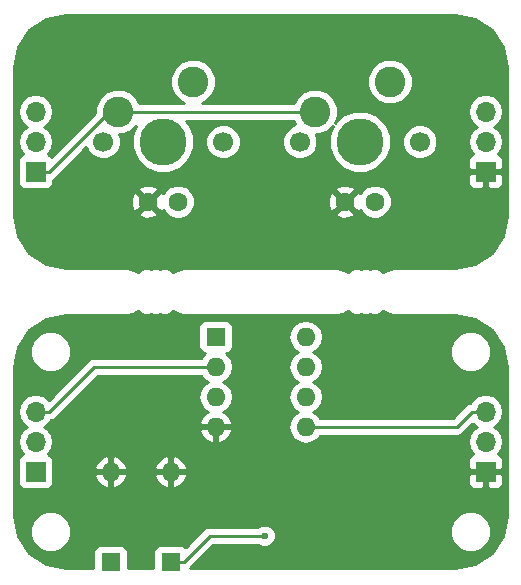
<source format=gbl>
G04 #@! TF.FileFunction,Copper,L2,Bot,Signal*
%FSLAX46Y46*%
G04 Gerber Fmt 4.6, Leading zero omitted, Abs format (unit mm)*
G04 Created by KiCad (PCBNEW 4.0.6) date 01/19/18 19:39:35*
%MOMM*%
%LPD*%
G01*
G04 APERTURE LIST*
%ADD10C,0.020000*%
%ADD11C,1.600200*%
%ADD12C,3.980180*%
%ADD13C,2.600000*%
%ADD14C,1.699260*%
%ADD15R,1.600000X1.600000*%
%ADD16O,1.600000X1.600000*%
%ADD17R,1.700000X1.700000*%
%ADD18O,1.700000X1.700000*%
%ADD19C,0.600000*%
%ADD20C,0.250000*%
%ADD21C,0.254000*%
G04 APERTURE END LIST*
D10*
D11*
X26035000Y-33020000D03*
X28575000Y-33020000D03*
D12*
X27305000Y-27940000D03*
D13*
X29845000Y-22860000D03*
X23495000Y-25400000D03*
D14*
X22225000Y-27940000D03*
X32385000Y-27940000D03*
D15*
X22860000Y-63500000D03*
D16*
X22860000Y-55880000D03*
D15*
X27940000Y-63500000D03*
D16*
X27940000Y-55880000D03*
D11*
X42703800Y-33020000D03*
X45243800Y-33020000D03*
D12*
X43973800Y-27940000D03*
D13*
X46513800Y-22860000D03*
X40163800Y-25400000D03*
D14*
X38893800Y-27940000D03*
X49053800Y-27940000D03*
D15*
X31750000Y-44450000D03*
D16*
X39370000Y-52070000D03*
X31750000Y-46990000D03*
X39370000Y-49530000D03*
X31750000Y-49530000D03*
X39370000Y-46990000D03*
X31750000Y-52070000D03*
X39370000Y-44450000D03*
D17*
X54610000Y-55880000D03*
D18*
X54610000Y-53340000D03*
X54610000Y-50800000D03*
D17*
X16510000Y-55880000D03*
D18*
X16510000Y-53340000D03*
X16510000Y-50800000D03*
D17*
X54610000Y-30480000D03*
D18*
X54610000Y-27940000D03*
X54610000Y-25400000D03*
D17*
X16510000Y-30480000D03*
D18*
X16510000Y-27940000D03*
X16510000Y-25400000D03*
D19*
X35897500Y-61304700D03*
D20*
X31260600Y-61304700D02*
X29065300Y-63500000D01*
X35897500Y-61304700D02*
X31260600Y-61304700D01*
X27940000Y-63500000D02*
X29065300Y-63500000D01*
X21495300Y-46990000D02*
X31750000Y-46990000D01*
X17685300Y-50800000D02*
X21495300Y-46990000D01*
X16510000Y-50800000D02*
X17685300Y-50800000D01*
X52164700Y-52070000D02*
X39370000Y-52070000D01*
X53434700Y-50800000D02*
X52164700Y-52070000D01*
X54610000Y-50800000D02*
X53434700Y-50800000D01*
X22765300Y-25400000D02*
X23495000Y-25400000D01*
X17685300Y-30480000D02*
X22765300Y-25400000D01*
X16510000Y-30480000D02*
X17685300Y-30480000D01*
X40163800Y-25400000D02*
X23495000Y-25400000D01*
D21*
G36*
X43148033Y-42489829D02*
X43473190Y-42624846D01*
X43825265Y-42625153D01*
X44050151Y-42532232D01*
X44273190Y-42624846D01*
X44625265Y-42625153D01*
X44850151Y-42532232D01*
X45073190Y-42624846D01*
X45425265Y-42625153D01*
X45750657Y-42490704D01*
X45946782Y-42294921D01*
X46109537Y-42403671D01*
X46237508Y-42456678D01*
X46365478Y-42509685D01*
X46851485Y-42606357D01*
X46921413Y-42606357D01*
X46990000Y-42620000D01*
X52000069Y-42620000D01*
X53737005Y-42965498D01*
X55150221Y-43909779D01*
X56094502Y-45322997D01*
X56440000Y-47059931D01*
X56440000Y-59620069D01*
X56094502Y-61357003D01*
X55150221Y-62770221D01*
X53737005Y-63714502D01*
X52000069Y-64060000D01*
X29568879Y-64060000D01*
X29602701Y-64037401D01*
X31575402Y-62064700D01*
X35335037Y-62064700D01*
X35367173Y-62096892D01*
X35710701Y-62239538D01*
X36082667Y-62239862D01*
X36426443Y-62097817D01*
X36689692Y-61835027D01*
X36832338Y-61491499D01*
X36832501Y-61303599D01*
X51604699Y-61303599D01*
X51868281Y-61941515D01*
X52355918Y-62430004D01*
X52993373Y-62694699D01*
X53683599Y-62695301D01*
X54321515Y-62431719D01*
X54810004Y-61944082D01*
X55074699Y-61306627D01*
X55075301Y-60616401D01*
X54811719Y-59978485D01*
X54324082Y-59489996D01*
X53686627Y-59225301D01*
X52996401Y-59224699D01*
X52358485Y-59488281D01*
X51869996Y-59975918D01*
X51605301Y-60613373D01*
X51604699Y-61303599D01*
X36832501Y-61303599D01*
X36832662Y-61119533D01*
X36690617Y-60775757D01*
X36427827Y-60512508D01*
X36084299Y-60369862D01*
X35712333Y-60369538D01*
X35368557Y-60511583D01*
X35335382Y-60544700D01*
X31260600Y-60544700D01*
X30969761Y-60602552D01*
X30723199Y-60767299D01*
X29218909Y-62271589D01*
X29204090Y-62248559D01*
X28991890Y-62103569D01*
X28740000Y-62052560D01*
X27140000Y-62052560D01*
X26904683Y-62096838D01*
X26688559Y-62235910D01*
X26543569Y-62448110D01*
X26492560Y-62700000D01*
X26492560Y-64060000D01*
X24307440Y-64060000D01*
X24307440Y-62700000D01*
X24263162Y-62464683D01*
X24124090Y-62248559D01*
X23911890Y-62103569D01*
X23660000Y-62052560D01*
X22060000Y-62052560D01*
X21824683Y-62096838D01*
X21608559Y-62235910D01*
X21463569Y-62448110D01*
X21412560Y-62700000D01*
X21412560Y-64060000D01*
X19119931Y-64060000D01*
X17382997Y-63714502D01*
X15969779Y-62770221D01*
X15025498Y-61357005D01*
X15014875Y-61303599D01*
X16044699Y-61303599D01*
X16308281Y-61941515D01*
X16795918Y-62430004D01*
X17433373Y-62694699D01*
X18123599Y-62695301D01*
X18761515Y-62431719D01*
X19250004Y-61944082D01*
X19514699Y-61306627D01*
X19515301Y-60616401D01*
X19251719Y-59978485D01*
X18764082Y-59489996D01*
X18126627Y-59225301D01*
X17436401Y-59224699D01*
X16798485Y-59488281D01*
X16309996Y-59975918D01*
X16045301Y-60613373D01*
X16044699Y-61303599D01*
X15014875Y-61303599D01*
X14680000Y-59620069D01*
X14680000Y-50800000D01*
X14995907Y-50800000D01*
X15108946Y-51368285D01*
X15430853Y-51850054D01*
X15760026Y-52070000D01*
X15430853Y-52289946D01*
X15108946Y-52771715D01*
X14995907Y-53340000D01*
X15108946Y-53908285D01*
X15430853Y-54390054D01*
X15472452Y-54417850D01*
X15424683Y-54426838D01*
X15208559Y-54565910D01*
X15063569Y-54778110D01*
X15012560Y-55030000D01*
X15012560Y-56730000D01*
X15056838Y-56965317D01*
X15195910Y-57181441D01*
X15408110Y-57326431D01*
X15660000Y-57377440D01*
X17360000Y-57377440D01*
X17595317Y-57333162D01*
X17811441Y-57194090D01*
X17956431Y-56981890D01*
X18007440Y-56730000D01*
X18007440Y-56229041D01*
X21468086Y-56229041D01*
X21707611Y-56735134D01*
X22122577Y-57111041D01*
X22510961Y-57271904D01*
X22733000Y-57149915D01*
X22733000Y-56007000D01*
X22987000Y-56007000D01*
X22987000Y-57149915D01*
X23209039Y-57271904D01*
X23597423Y-57111041D01*
X24012389Y-56735134D01*
X24251914Y-56229041D01*
X26548086Y-56229041D01*
X26787611Y-56735134D01*
X27202577Y-57111041D01*
X27590961Y-57271904D01*
X27813000Y-57149915D01*
X27813000Y-56007000D01*
X28067000Y-56007000D01*
X28067000Y-57149915D01*
X28289039Y-57271904D01*
X28677423Y-57111041D01*
X29092389Y-56735134D01*
X29331914Y-56229041D01*
X29297343Y-56165750D01*
X53125000Y-56165750D01*
X53125000Y-56856310D01*
X53221673Y-57089699D01*
X53400302Y-57268327D01*
X53633691Y-57365000D01*
X54324250Y-57365000D01*
X54483000Y-57206250D01*
X54483000Y-56007000D01*
X54737000Y-56007000D01*
X54737000Y-57206250D01*
X54895750Y-57365000D01*
X55586309Y-57365000D01*
X55819698Y-57268327D01*
X55998327Y-57089699D01*
X56095000Y-56856310D01*
X56095000Y-56165750D01*
X55936250Y-56007000D01*
X54737000Y-56007000D01*
X54483000Y-56007000D01*
X53283750Y-56007000D01*
X53125000Y-56165750D01*
X29297343Y-56165750D01*
X29210629Y-56007000D01*
X28067000Y-56007000D01*
X27813000Y-56007000D01*
X26669371Y-56007000D01*
X26548086Y-56229041D01*
X24251914Y-56229041D01*
X24130629Y-56007000D01*
X22987000Y-56007000D01*
X22733000Y-56007000D01*
X21589371Y-56007000D01*
X21468086Y-56229041D01*
X18007440Y-56229041D01*
X18007440Y-55530959D01*
X21468086Y-55530959D01*
X21589371Y-55753000D01*
X22733000Y-55753000D01*
X22733000Y-54610085D01*
X22987000Y-54610085D01*
X22987000Y-55753000D01*
X24130629Y-55753000D01*
X24251914Y-55530959D01*
X26548086Y-55530959D01*
X26669371Y-55753000D01*
X27813000Y-55753000D01*
X27813000Y-54610085D01*
X28067000Y-54610085D01*
X28067000Y-55753000D01*
X29210629Y-55753000D01*
X29331914Y-55530959D01*
X29092389Y-55024866D01*
X28677423Y-54648959D01*
X28289039Y-54488096D01*
X28067000Y-54610085D01*
X27813000Y-54610085D01*
X27590961Y-54488096D01*
X27202577Y-54648959D01*
X26787611Y-55024866D01*
X26548086Y-55530959D01*
X24251914Y-55530959D01*
X24012389Y-55024866D01*
X23597423Y-54648959D01*
X23209039Y-54488096D01*
X22987000Y-54610085D01*
X22733000Y-54610085D01*
X22510961Y-54488096D01*
X22122577Y-54648959D01*
X21707611Y-55024866D01*
X21468086Y-55530959D01*
X18007440Y-55530959D01*
X18007440Y-55030000D01*
X17963162Y-54794683D01*
X17824090Y-54578559D01*
X17611890Y-54433569D01*
X17544459Y-54419914D01*
X17589147Y-54390054D01*
X17911054Y-53908285D01*
X18024093Y-53340000D01*
X17911054Y-52771715D01*
X17675404Y-52419039D01*
X30358096Y-52419039D01*
X30518959Y-52807423D01*
X30894866Y-53222389D01*
X31400959Y-53461914D01*
X31623000Y-53340629D01*
X31623000Y-52197000D01*
X31877000Y-52197000D01*
X31877000Y-53340629D01*
X32099041Y-53461914D01*
X32605134Y-53222389D01*
X32981041Y-52807423D01*
X33141904Y-52419039D01*
X33019915Y-52197000D01*
X31877000Y-52197000D01*
X31623000Y-52197000D01*
X30480085Y-52197000D01*
X30358096Y-52419039D01*
X17675404Y-52419039D01*
X17589147Y-52289946D01*
X17259974Y-52070000D01*
X17589147Y-51850054D01*
X17797923Y-51537598D01*
X17976139Y-51502148D01*
X18222701Y-51337401D01*
X21810102Y-47750000D01*
X30537005Y-47750000D01*
X30707189Y-48004698D01*
X31089275Y-48260000D01*
X30707189Y-48515302D01*
X30396120Y-48980849D01*
X30286887Y-49530000D01*
X30396120Y-50079151D01*
X30707189Y-50544698D01*
X31111703Y-50814986D01*
X30894866Y-50917611D01*
X30518959Y-51332577D01*
X30358096Y-51720961D01*
X30480085Y-51943000D01*
X31623000Y-51943000D01*
X31623000Y-51923000D01*
X31877000Y-51923000D01*
X31877000Y-51943000D01*
X33019915Y-51943000D01*
X33141904Y-51720961D01*
X32981041Y-51332577D01*
X32605134Y-50917611D01*
X32388297Y-50814986D01*
X32792811Y-50544698D01*
X33103880Y-50079151D01*
X33213113Y-49530000D01*
X33103880Y-48980849D01*
X32792811Y-48515302D01*
X32410725Y-48260000D01*
X32792811Y-48004698D01*
X33103880Y-47539151D01*
X33213113Y-46990000D01*
X33103880Y-46440849D01*
X32792811Y-45975302D01*
X32648535Y-45878899D01*
X32785317Y-45853162D01*
X33001441Y-45714090D01*
X33146431Y-45501890D01*
X33197440Y-45250000D01*
X33197440Y-44450000D01*
X37906887Y-44450000D01*
X38016120Y-44999151D01*
X38327189Y-45464698D01*
X38709275Y-45720000D01*
X38327189Y-45975302D01*
X38016120Y-46440849D01*
X37906887Y-46990000D01*
X38016120Y-47539151D01*
X38327189Y-48004698D01*
X38709275Y-48260000D01*
X38327189Y-48515302D01*
X38016120Y-48980849D01*
X37906887Y-49530000D01*
X38016120Y-50079151D01*
X38327189Y-50544698D01*
X38709275Y-50800000D01*
X38327189Y-51055302D01*
X38016120Y-51520849D01*
X37906887Y-52070000D01*
X38016120Y-52619151D01*
X38327189Y-53084698D01*
X38792736Y-53395767D01*
X39341887Y-53505000D01*
X39398113Y-53505000D01*
X39947264Y-53395767D01*
X40412811Y-53084698D01*
X40582995Y-52830000D01*
X52164700Y-52830000D01*
X52455539Y-52772148D01*
X52702101Y-52607401D01*
X53502252Y-51807250D01*
X53530853Y-51850054D01*
X53860026Y-52070000D01*
X53530853Y-52289946D01*
X53208946Y-52771715D01*
X53095907Y-53340000D01*
X53208946Y-53908285D01*
X53530853Y-54390054D01*
X53574777Y-54419403D01*
X53400302Y-54491673D01*
X53221673Y-54670301D01*
X53125000Y-54903690D01*
X53125000Y-55594250D01*
X53283750Y-55753000D01*
X54483000Y-55753000D01*
X54483000Y-55733000D01*
X54737000Y-55733000D01*
X54737000Y-55753000D01*
X55936250Y-55753000D01*
X56095000Y-55594250D01*
X56095000Y-54903690D01*
X55998327Y-54670301D01*
X55819698Y-54491673D01*
X55645223Y-54419403D01*
X55689147Y-54390054D01*
X56011054Y-53908285D01*
X56124093Y-53340000D01*
X56011054Y-52771715D01*
X55689147Y-52289946D01*
X55359974Y-52070000D01*
X55689147Y-51850054D01*
X56011054Y-51368285D01*
X56124093Y-50800000D01*
X56011054Y-50231715D01*
X55689147Y-49749946D01*
X55207378Y-49428039D01*
X54639093Y-49315000D01*
X54580907Y-49315000D01*
X54012622Y-49428039D01*
X53530853Y-49749946D01*
X53322077Y-50062402D01*
X53143860Y-50097852D01*
X52897299Y-50262599D01*
X51849898Y-51310000D01*
X40582995Y-51310000D01*
X40412811Y-51055302D01*
X40030725Y-50800000D01*
X40412811Y-50544698D01*
X40723880Y-50079151D01*
X40833113Y-49530000D01*
X40723880Y-48980849D01*
X40412811Y-48515302D01*
X40030725Y-48260000D01*
X40412811Y-48004698D01*
X40723880Y-47539151D01*
X40833113Y-46990000D01*
X40723880Y-46440849D01*
X40471810Y-46063599D01*
X51604699Y-46063599D01*
X51868281Y-46701515D01*
X52355918Y-47190004D01*
X52993373Y-47454699D01*
X53683599Y-47455301D01*
X54321515Y-47191719D01*
X54810004Y-46704082D01*
X55074699Y-46066627D01*
X55075301Y-45376401D01*
X54811719Y-44738485D01*
X54324082Y-44249996D01*
X53686627Y-43985301D01*
X52996401Y-43984699D01*
X52358485Y-44248281D01*
X51869996Y-44735918D01*
X51605301Y-45373373D01*
X51604699Y-46063599D01*
X40471810Y-46063599D01*
X40412811Y-45975302D01*
X40030725Y-45720000D01*
X40412811Y-45464698D01*
X40723880Y-44999151D01*
X40833113Y-44450000D01*
X40723880Y-43900849D01*
X40412811Y-43435302D01*
X39947264Y-43124233D01*
X39398113Y-43015000D01*
X39341887Y-43015000D01*
X38792736Y-43124233D01*
X38327189Y-43435302D01*
X38016120Y-43900849D01*
X37906887Y-44450000D01*
X33197440Y-44450000D01*
X33197440Y-43650000D01*
X33153162Y-43414683D01*
X33014090Y-43198559D01*
X32801890Y-43053569D01*
X32550000Y-43002560D01*
X30950000Y-43002560D01*
X30714683Y-43046838D01*
X30498559Y-43185910D01*
X30353569Y-43398110D01*
X30302560Y-43650000D01*
X30302560Y-45250000D01*
X30346838Y-45485317D01*
X30485910Y-45701441D01*
X30698110Y-45846431D01*
X30853089Y-45877815D01*
X30707189Y-45975302D01*
X30537005Y-46230000D01*
X21495300Y-46230000D01*
X21204461Y-46287852D01*
X20957899Y-46452599D01*
X17617748Y-49792750D01*
X17589147Y-49749946D01*
X17107378Y-49428039D01*
X16539093Y-49315000D01*
X16480907Y-49315000D01*
X15912622Y-49428039D01*
X15430853Y-49749946D01*
X15108946Y-50231715D01*
X14995907Y-50800000D01*
X14680000Y-50800000D01*
X14680000Y-47059931D01*
X14878182Y-46063599D01*
X16044699Y-46063599D01*
X16308281Y-46701515D01*
X16795918Y-47190004D01*
X17433373Y-47454699D01*
X18123599Y-47455301D01*
X18761515Y-47191719D01*
X19250004Y-46704082D01*
X19514699Y-46066627D01*
X19515301Y-45376401D01*
X19251719Y-44738485D01*
X18764082Y-44249996D01*
X18126627Y-43985301D01*
X17436401Y-43984699D01*
X16798485Y-44248281D01*
X16309996Y-44735918D01*
X16045301Y-45373373D01*
X16044699Y-46063599D01*
X14878182Y-46063599D01*
X15025498Y-45322995D01*
X15969779Y-43909779D01*
X17382997Y-42965498D01*
X19119931Y-42620000D01*
X24130000Y-42620000D01*
X24198584Y-42606358D01*
X24268514Y-42606358D01*
X24754522Y-42509685D01*
X24904448Y-42447583D01*
X25010462Y-42403671D01*
X25173366Y-42294822D01*
X25368033Y-42489829D01*
X25693190Y-42624846D01*
X26045265Y-42625153D01*
X26270151Y-42532232D01*
X26493190Y-42624846D01*
X26845265Y-42625153D01*
X27070151Y-42532232D01*
X27293190Y-42624846D01*
X27645265Y-42625153D01*
X27970657Y-42490704D01*
X28166782Y-42294921D01*
X28329537Y-42403671D01*
X28457508Y-42456678D01*
X28585478Y-42509685D01*
X29071485Y-42606357D01*
X29141413Y-42606357D01*
X29210000Y-42620000D01*
X41910000Y-42620000D01*
X41978584Y-42606358D01*
X42048514Y-42606358D01*
X42534522Y-42509685D01*
X42684448Y-42447583D01*
X42790462Y-42403671D01*
X42953366Y-42294822D01*
X43148033Y-42489829D01*
X43148033Y-42489829D01*
G37*
X43148033Y-42489829D02*
X43473190Y-42624846D01*
X43825265Y-42625153D01*
X44050151Y-42532232D01*
X44273190Y-42624846D01*
X44625265Y-42625153D01*
X44850151Y-42532232D01*
X45073190Y-42624846D01*
X45425265Y-42625153D01*
X45750657Y-42490704D01*
X45946782Y-42294921D01*
X46109537Y-42403671D01*
X46237508Y-42456678D01*
X46365478Y-42509685D01*
X46851485Y-42606357D01*
X46921413Y-42606357D01*
X46990000Y-42620000D01*
X52000069Y-42620000D01*
X53737005Y-42965498D01*
X55150221Y-43909779D01*
X56094502Y-45322997D01*
X56440000Y-47059931D01*
X56440000Y-59620069D01*
X56094502Y-61357003D01*
X55150221Y-62770221D01*
X53737005Y-63714502D01*
X52000069Y-64060000D01*
X29568879Y-64060000D01*
X29602701Y-64037401D01*
X31575402Y-62064700D01*
X35335037Y-62064700D01*
X35367173Y-62096892D01*
X35710701Y-62239538D01*
X36082667Y-62239862D01*
X36426443Y-62097817D01*
X36689692Y-61835027D01*
X36832338Y-61491499D01*
X36832501Y-61303599D01*
X51604699Y-61303599D01*
X51868281Y-61941515D01*
X52355918Y-62430004D01*
X52993373Y-62694699D01*
X53683599Y-62695301D01*
X54321515Y-62431719D01*
X54810004Y-61944082D01*
X55074699Y-61306627D01*
X55075301Y-60616401D01*
X54811719Y-59978485D01*
X54324082Y-59489996D01*
X53686627Y-59225301D01*
X52996401Y-59224699D01*
X52358485Y-59488281D01*
X51869996Y-59975918D01*
X51605301Y-60613373D01*
X51604699Y-61303599D01*
X36832501Y-61303599D01*
X36832662Y-61119533D01*
X36690617Y-60775757D01*
X36427827Y-60512508D01*
X36084299Y-60369862D01*
X35712333Y-60369538D01*
X35368557Y-60511583D01*
X35335382Y-60544700D01*
X31260600Y-60544700D01*
X30969761Y-60602552D01*
X30723199Y-60767299D01*
X29218909Y-62271589D01*
X29204090Y-62248559D01*
X28991890Y-62103569D01*
X28740000Y-62052560D01*
X27140000Y-62052560D01*
X26904683Y-62096838D01*
X26688559Y-62235910D01*
X26543569Y-62448110D01*
X26492560Y-62700000D01*
X26492560Y-64060000D01*
X24307440Y-64060000D01*
X24307440Y-62700000D01*
X24263162Y-62464683D01*
X24124090Y-62248559D01*
X23911890Y-62103569D01*
X23660000Y-62052560D01*
X22060000Y-62052560D01*
X21824683Y-62096838D01*
X21608559Y-62235910D01*
X21463569Y-62448110D01*
X21412560Y-62700000D01*
X21412560Y-64060000D01*
X19119931Y-64060000D01*
X17382997Y-63714502D01*
X15969779Y-62770221D01*
X15025498Y-61357005D01*
X15014875Y-61303599D01*
X16044699Y-61303599D01*
X16308281Y-61941515D01*
X16795918Y-62430004D01*
X17433373Y-62694699D01*
X18123599Y-62695301D01*
X18761515Y-62431719D01*
X19250004Y-61944082D01*
X19514699Y-61306627D01*
X19515301Y-60616401D01*
X19251719Y-59978485D01*
X18764082Y-59489996D01*
X18126627Y-59225301D01*
X17436401Y-59224699D01*
X16798485Y-59488281D01*
X16309996Y-59975918D01*
X16045301Y-60613373D01*
X16044699Y-61303599D01*
X15014875Y-61303599D01*
X14680000Y-59620069D01*
X14680000Y-50800000D01*
X14995907Y-50800000D01*
X15108946Y-51368285D01*
X15430853Y-51850054D01*
X15760026Y-52070000D01*
X15430853Y-52289946D01*
X15108946Y-52771715D01*
X14995907Y-53340000D01*
X15108946Y-53908285D01*
X15430853Y-54390054D01*
X15472452Y-54417850D01*
X15424683Y-54426838D01*
X15208559Y-54565910D01*
X15063569Y-54778110D01*
X15012560Y-55030000D01*
X15012560Y-56730000D01*
X15056838Y-56965317D01*
X15195910Y-57181441D01*
X15408110Y-57326431D01*
X15660000Y-57377440D01*
X17360000Y-57377440D01*
X17595317Y-57333162D01*
X17811441Y-57194090D01*
X17956431Y-56981890D01*
X18007440Y-56730000D01*
X18007440Y-56229041D01*
X21468086Y-56229041D01*
X21707611Y-56735134D01*
X22122577Y-57111041D01*
X22510961Y-57271904D01*
X22733000Y-57149915D01*
X22733000Y-56007000D01*
X22987000Y-56007000D01*
X22987000Y-57149915D01*
X23209039Y-57271904D01*
X23597423Y-57111041D01*
X24012389Y-56735134D01*
X24251914Y-56229041D01*
X26548086Y-56229041D01*
X26787611Y-56735134D01*
X27202577Y-57111041D01*
X27590961Y-57271904D01*
X27813000Y-57149915D01*
X27813000Y-56007000D01*
X28067000Y-56007000D01*
X28067000Y-57149915D01*
X28289039Y-57271904D01*
X28677423Y-57111041D01*
X29092389Y-56735134D01*
X29331914Y-56229041D01*
X29297343Y-56165750D01*
X53125000Y-56165750D01*
X53125000Y-56856310D01*
X53221673Y-57089699D01*
X53400302Y-57268327D01*
X53633691Y-57365000D01*
X54324250Y-57365000D01*
X54483000Y-57206250D01*
X54483000Y-56007000D01*
X54737000Y-56007000D01*
X54737000Y-57206250D01*
X54895750Y-57365000D01*
X55586309Y-57365000D01*
X55819698Y-57268327D01*
X55998327Y-57089699D01*
X56095000Y-56856310D01*
X56095000Y-56165750D01*
X55936250Y-56007000D01*
X54737000Y-56007000D01*
X54483000Y-56007000D01*
X53283750Y-56007000D01*
X53125000Y-56165750D01*
X29297343Y-56165750D01*
X29210629Y-56007000D01*
X28067000Y-56007000D01*
X27813000Y-56007000D01*
X26669371Y-56007000D01*
X26548086Y-56229041D01*
X24251914Y-56229041D01*
X24130629Y-56007000D01*
X22987000Y-56007000D01*
X22733000Y-56007000D01*
X21589371Y-56007000D01*
X21468086Y-56229041D01*
X18007440Y-56229041D01*
X18007440Y-55530959D01*
X21468086Y-55530959D01*
X21589371Y-55753000D01*
X22733000Y-55753000D01*
X22733000Y-54610085D01*
X22987000Y-54610085D01*
X22987000Y-55753000D01*
X24130629Y-55753000D01*
X24251914Y-55530959D01*
X26548086Y-55530959D01*
X26669371Y-55753000D01*
X27813000Y-55753000D01*
X27813000Y-54610085D01*
X28067000Y-54610085D01*
X28067000Y-55753000D01*
X29210629Y-55753000D01*
X29331914Y-55530959D01*
X29092389Y-55024866D01*
X28677423Y-54648959D01*
X28289039Y-54488096D01*
X28067000Y-54610085D01*
X27813000Y-54610085D01*
X27590961Y-54488096D01*
X27202577Y-54648959D01*
X26787611Y-55024866D01*
X26548086Y-55530959D01*
X24251914Y-55530959D01*
X24012389Y-55024866D01*
X23597423Y-54648959D01*
X23209039Y-54488096D01*
X22987000Y-54610085D01*
X22733000Y-54610085D01*
X22510961Y-54488096D01*
X22122577Y-54648959D01*
X21707611Y-55024866D01*
X21468086Y-55530959D01*
X18007440Y-55530959D01*
X18007440Y-55030000D01*
X17963162Y-54794683D01*
X17824090Y-54578559D01*
X17611890Y-54433569D01*
X17544459Y-54419914D01*
X17589147Y-54390054D01*
X17911054Y-53908285D01*
X18024093Y-53340000D01*
X17911054Y-52771715D01*
X17675404Y-52419039D01*
X30358096Y-52419039D01*
X30518959Y-52807423D01*
X30894866Y-53222389D01*
X31400959Y-53461914D01*
X31623000Y-53340629D01*
X31623000Y-52197000D01*
X31877000Y-52197000D01*
X31877000Y-53340629D01*
X32099041Y-53461914D01*
X32605134Y-53222389D01*
X32981041Y-52807423D01*
X33141904Y-52419039D01*
X33019915Y-52197000D01*
X31877000Y-52197000D01*
X31623000Y-52197000D01*
X30480085Y-52197000D01*
X30358096Y-52419039D01*
X17675404Y-52419039D01*
X17589147Y-52289946D01*
X17259974Y-52070000D01*
X17589147Y-51850054D01*
X17797923Y-51537598D01*
X17976139Y-51502148D01*
X18222701Y-51337401D01*
X21810102Y-47750000D01*
X30537005Y-47750000D01*
X30707189Y-48004698D01*
X31089275Y-48260000D01*
X30707189Y-48515302D01*
X30396120Y-48980849D01*
X30286887Y-49530000D01*
X30396120Y-50079151D01*
X30707189Y-50544698D01*
X31111703Y-50814986D01*
X30894866Y-50917611D01*
X30518959Y-51332577D01*
X30358096Y-51720961D01*
X30480085Y-51943000D01*
X31623000Y-51943000D01*
X31623000Y-51923000D01*
X31877000Y-51923000D01*
X31877000Y-51943000D01*
X33019915Y-51943000D01*
X33141904Y-51720961D01*
X32981041Y-51332577D01*
X32605134Y-50917611D01*
X32388297Y-50814986D01*
X32792811Y-50544698D01*
X33103880Y-50079151D01*
X33213113Y-49530000D01*
X33103880Y-48980849D01*
X32792811Y-48515302D01*
X32410725Y-48260000D01*
X32792811Y-48004698D01*
X33103880Y-47539151D01*
X33213113Y-46990000D01*
X33103880Y-46440849D01*
X32792811Y-45975302D01*
X32648535Y-45878899D01*
X32785317Y-45853162D01*
X33001441Y-45714090D01*
X33146431Y-45501890D01*
X33197440Y-45250000D01*
X33197440Y-44450000D01*
X37906887Y-44450000D01*
X38016120Y-44999151D01*
X38327189Y-45464698D01*
X38709275Y-45720000D01*
X38327189Y-45975302D01*
X38016120Y-46440849D01*
X37906887Y-46990000D01*
X38016120Y-47539151D01*
X38327189Y-48004698D01*
X38709275Y-48260000D01*
X38327189Y-48515302D01*
X38016120Y-48980849D01*
X37906887Y-49530000D01*
X38016120Y-50079151D01*
X38327189Y-50544698D01*
X38709275Y-50800000D01*
X38327189Y-51055302D01*
X38016120Y-51520849D01*
X37906887Y-52070000D01*
X38016120Y-52619151D01*
X38327189Y-53084698D01*
X38792736Y-53395767D01*
X39341887Y-53505000D01*
X39398113Y-53505000D01*
X39947264Y-53395767D01*
X40412811Y-53084698D01*
X40582995Y-52830000D01*
X52164700Y-52830000D01*
X52455539Y-52772148D01*
X52702101Y-52607401D01*
X53502252Y-51807250D01*
X53530853Y-51850054D01*
X53860026Y-52070000D01*
X53530853Y-52289946D01*
X53208946Y-52771715D01*
X53095907Y-53340000D01*
X53208946Y-53908285D01*
X53530853Y-54390054D01*
X53574777Y-54419403D01*
X53400302Y-54491673D01*
X53221673Y-54670301D01*
X53125000Y-54903690D01*
X53125000Y-55594250D01*
X53283750Y-55753000D01*
X54483000Y-55753000D01*
X54483000Y-55733000D01*
X54737000Y-55733000D01*
X54737000Y-55753000D01*
X55936250Y-55753000D01*
X56095000Y-55594250D01*
X56095000Y-54903690D01*
X55998327Y-54670301D01*
X55819698Y-54491673D01*
X55645223Y-54419403D01*
X55689147Y-54390054D01*
X56011054Y-53908285D01*
X56124093Y-53340000D01*
X56011054Y-52771715D01*
X55689147Y-52289946D01*
X55359974Y-52070000D01*
X55689147Y-51850054D01*
X56011054Y-51368285D01*
X56124093Y-50800000D01*
X56011054Y-50231715D01*
X55689147Y-49749946D01*
X55207378Y-49428039D01*
X54639093Y-49315000D01*
X54580907Y-49315000D01*
X54012622Y-49428039D01*
X53530853Y-49749946D01*
X53322077Y-50062402D01*
X53143860Y-50097852D01*
X52897299Y-50262599D01*
X51849898Y-51310000D01*
X40582995Y-51310000D01*
X40412811Y-51055302D01*
X40030725Y-50800000D01*
X40412811Y-50544698D01*
X40723880Y-50079151D01*
X40833113Y-49530000D01*
X40723880Y-48980849D01*
X40412811Y-48515302D01*
X40030725Y-48260000D01*
X40412811Y-48004698D01*
X40723880Y-47539151D01*
X40833113Y-46990000D01*
X40723880Y-46440849D01*
X40471810Y-46063599D01*
X51604699Y-46063599D01*
X51868281Y-46701515D01*
X52355918Y-47190004D01*
X52993373Y-47454699D01*
X53683599Y-47455301D01*
X54321515Y-47191719D01*
X54810004Y-46704082D01*
X55074699Y-46066627D01*
X55075301Y-45376401D01*
X54811719Y-44738485D01*
X54324082Y-44249996D01*
X53686627Y-43985301D01*
X52996401Y-43984699D01*
X52358485Y-44248281D01*
X51869996Y-44735918D01*
X51605301Y-45373373D01*
X51604699Y-46063599D01*
X40471810Y-46063599D01*
X40412811Y-45975302D01*
X40030725Y-45720000D01*
X40412811Y-45464698D01*
X40723880Y-44999151D01*
X40833113Y-44450000D01*
X40723880Y-43900849D01*
X40412811Y-43435302D01*
X39947264Y-43124233D01*
X39398113Y-43015000D01*
X39341887Y-43015000D01*
X38792736Y-43124233D01*
X38327189Y-43435302D01*
X38016120Y-43900849D01*
X37906887Y-44450000D01*
X33197440Y-44450000D01*
X33197440Y-43650000D01*
X33153162Y-43414683D01*
X33014090Y-43198559D01*
X32801890Y-43053569D01*
X32550000Y-43002560D01*
X30950000Y-43002560D01*
X30714683Y-43046838D01*
X30498559Y-43185910D01*
X30353569Y-43398110D01*
X30302560Y-43650000D01*
X30302560Y-45250000D01*
X30346838Y-45485317D01*
X30485910Y-45701441D01*
X30698110Y-45846431D01*
X30853089Y-45877815D01*
X30707189Y-45975302D01*
X30537005Y-46230000D01*
X21495300Y-46230000D01*
X21204461Y-46287852D01*
X20957899Y-46452599D01*
X17617748Y-49792750D01*
X17589147Y-49749946D01*
X17107378Y-49428039D01*
X16539093Y-49315000D01*
X16480907Y-49315000D01*
X15912622Y-49428039D01*
X15430853Y-49749946D01*
X15108946Y-50231715D01*
X14995907Y-50800000D01*
X14680000Y-50800000D01*
X14680000Y-47059931D01*
X14878182Y-46063599D01*
X16044699Y-46063599D01*
X16308281Y-46701515D01*
X16795918Y-47190004D01*
X17433373Y-47454699D01*
X18123599Y-47455301D01*
X18761515Y-47191719D01*
X19250004Y-46704082D01*
X19514699Y-46066627D01*
X19515301Y-45376401D01*
X19251719Y-44738485D01*
X18764082Y-44249996D01*
X18126627Y-43985301D01*
X17436401Y-43984699D01*
X16798485Y-44248281D01*
X16309996Y-44735918D01*
X16045301Y-45373373D01*
X16044699Y-46063599D01*
X14878182Y-46063599D01*
X15025498Y-45322995D01*
X15969779Y-43909779D01*
X17382997Y-42965498D01*
X19119931Y-42620000D01*
X24130000Y-42620000D01*
X24198584Y-42606358D01*
X24268514Y-42606358D01*
X24754522Y-42509685D01*
X24904448Y-42447583D01*
X25010462Y-42403671D01*
X25173366Y-42294822D01*
X25368033Y-42489829D01*
X25693190Y-42624846D01*
X26045265Y-42625153D01*
X26270151Y-42532232D01*
X26493190Y-42624846D01*
X26845265Y-42625153D01*
X27070151Y-42532232D01*
X27293190Y-42624846D01*
X27645265Y-42625153D01*
X27970657Y-42490704D01*
X28166782Y-42294921D01*
X28329537Y-42403671D01*
X28457508Y-42456678D01*
X28585478Y-42509685D01*
X29071485Y-42606357D01*
X29141413Y-42606357D01*
X29210000Y-42620000D01*
X41910000Y-42620000D01*
X41978584Y-42606358D01*
X42048514Y-42606358D01*
X42534522Y-42509685D01*
X42684448Y-42447583D01*
X42790462Y-42403671D01*
X42953366Y-42294822D01*
X43148033Y-42489829D01*
G36*
X53737005Y-17565498D02*
X55150221Y-18509779D01*
X56094502Y-19922997D01*
X56440000Y-21659931D01*
X56440000Y-34220069D01*
X56094502Y-35957003D01*
X55150221Y-37370221D01*
X53737005Y-38314502D01*
X52000069Y-38660000D01*
X46990000Y-38660000D01*
X46921413Y-38673643D01*
X46851485Y-38673643D01*
X46365478Y-38770315D01*
X46237508Y-38823322D01*
X46109537Y-38876329D01*
X45946633Y-38985178D01*
X45751967Y-38790171D01*
X45426810Y-38655154D01*
X45074735Y-38654847D01*
X44849849Y-38747768D01*
X44626810Y-38655154D01*
X44274735Y-38654847D01*
X44049849Y-38747768D01*
X43826810Y-38655154D01*
X43474735Y-38654847D01*
X43149343Y-38789296D01*
X42953218Y-38985079D01*
X42790462Y-38876329D01*
X42684448Y-38832417D01*
X42534522Y-38770315D01*
X42048514Y-38673642D01*
X41978584Y-38673642D01*
X41910000Y-38660000D01*
X29210000Y-38660000D01*
X29141413Y-38673643D01*
X29071485Y-38673643D01*
X28585478Y-38770315D01*
X28457507Y-38823323D01*
X28329537Y-38876329D01*
X28166633Y-38985178D01*
X27971967Y-38790171D01*
X27646810Y-38655154D01*
X27294735Y-38654847D01*
X27069849Y-38747768D01*
X26846810Y-38655154D01*
X26494735Y-38654847D01*
X26269849Y-38747768D01*
X26046810Y-38655154D01*
X25694735Y-38654847D01*
X25369343Y-38789296D01*
X25173218Y-38985079D01*
X25010462Y-38876329D01*
X24904448Y-38832417D01*
X24754522Y-38770315D01*
X24268514Y-38673642D01*
X24198584Y-38673642D01*
X24130000Y-38660000D01*
X19119931Y-38660000D01*
X17382997Y-38314502D01*
X15969779Y-37370221D01*
X15025498Y-35957005D01*
X14680000Y-34220069D01*
X14680000Y-34027817D01*
X25206788Y-34027817D01*
X25280935Y-34273947D01*
X25818200Y-34467064D01*
X26388470Y-34439879D01*
X26789065Y-34273947D01*
X26863212Y-34027817D01*
X26035000Y-33199605D01*
X25206788Y-34027817D01*
X14680000Y-34027817D01*
X14680000Y-32803200D01*
X24587936Y-32803200D01*
X24615121Y-33373470D01*
X24781053Y-33774065D01*
X25027183Y-33848212D01*
X25855395Y-33020000D01*
X26214605Y-33020000D01*
X27042817Y-33848212D01*
X27288947Y-33774065D01*
X27309810Y-33716022D01*
X27357672Y-33831857D01*
X27761020Y-34235909D01*
X28288289Y-34454850D01*
X28859207Y-34455348D01*
X29386857Y-34237328D01*
X29596733Y-34027817D01*
X41875588Y-34027817D01*
X41949735Y-34273947D01*
X42487000Y-34467064D01*
X43057270Y-34439879D01*
X43457865Y-34273947D01*
X43532012Y-34027817D01*
X42703800Y-33199605D01*
X41875588Y-34027817D01*
X29596733Y-34027817D01*
X29790909Y-33833980D01*
X30009850Y-33306711D01*
X30010289Y-32803200D01*
X41256736Y-32803200D01*
X41283921Y-33373470D01*
X41449853Y-33774065D01*
X41695983Y-33848212D01*
X42524195Y-33020000D01*
X42883405Y-33020000D01*
X43711617Y-33848212D01*
X43957747Y-33774065D01*
X43978610Y-33716022D01*
X44026472Y-33831857D01*
X44429820Y-34235909D01*
X44957089Y-34454850D01*
X45528007Y-34455348D01*
X46055657Y-34237328D01*
X46459709Y-33833980D01*
X46678650Y-33306711D01*
X46679148Y-32735793D01*
X46461128Y-32208143D01*
X46057780Y-31804091D01*
X45530511Y-31585150D01*
X44959593Y-31584652D01*
X44431943Y-31802672D01*
X44027891Y-32206020D01*
X43980352Y-32320507D01*
X43957747Y-32265935D01*
X43711617Y-32191788D01*
X42883405Y-33020000D01*
X42524195Y-33020000D01*
X41695983Y-32191788D01*
X41449853Y-32265935D01*
X41256736Y-32803200D01*
X30010289Y-32803200D01*
X30010348Y-32735793D01*
X29792328Y-32208143D01*
X29596710Y-32012183D01*
X41875588Y-32012183D01*
X42703800Y-32840395D01*
X43532012Y-32012183D01*
X43457865Y-31766053D01*
X42920600Y-31572936D01*
X42350330Y-31600121D01*
X41949735Y-31766053D01*
X41875588Y-32012183D01*
X29596710Y-32012183D01*
X29388980Y-31804091D01*
X28861711Y-31585150D01*
X28290793Y-31584652D01*
X27763143Y-31802672D01*
X27359091Y-32206020D01*
X27311552Y-32320507D01*
X27288947Y-32265935D01*
X27042817Y-32191788D01*
X26214605Y-33020000D01*
X25855395Y-33020000D01*
X25027183Y-32191788D01*
X24781053Y-32265935D01*
X24587936Y-32803200D01*
X14680000Y-32803200D01*
X14680000Y-32012183D01*
X25206788Y-32012183D01*
X26035000Y-32840395D01*
X26863212Y-32012183D01*
X26789065Y-31766053D01*
X26251800Y-31572936D01*
X25681530Y-31600121D01*
X25280935Y-31766053D01*
X25206788Y-32012183D01*
X14680000Y-32012183D01*
X14680000Y-25400000D01*
X14995907Y-25400000D01*
X15108946Y-25968285D01*
X15430853Y-26450054D01*
X15760026Y-26670000D01*
X15430853Y-26889946D01*
X15108946Y-27371715D01*
X14995907Y-27940000D01*
X15108946Y-28508285D01*
X15430853Y-28990054D01*
X15472452Y-29017850D01*
X15424683Y-29026838D01*
X15208559Y-29165910D01*
X15063569Y-29378110D01*
X15012560Y-29630000D01*
X15012560Y-31330000D01*
X15056838Y-31565317D01*
X15195910Y-31781441D01*
X15408110Y-31926431D01*
X15660000Y-31977440D01*
X17360000Y-31977440D01*
X17595317Y-31933162D01*
X17811441Y-31794090D01*
X17956431Y-31581890D01*
X18007440Y-31330000D01*
X18007440Y-31161233D01*
X18222701Y-31017401D01*
X18474352Y-30765750D01*
X53125000Y-30765750D01*
X53125000Y-31456310D01*
X53221673Y-31689699D01*
X53400302Y-31868327D01*
X53633691Y-31965000D01*
X54324250Y-31965000D01*
X54483000Y-31806250D01*
X54483000Y-30607000D01*
X54737000Y-30607000D01*
X54737000Y-31806250D01*
X54895750Y-31965000D01*
X55586309Y-31965000D01*
X55819698Y-31868327D01*
X55998327Y-31689699D01*
X56095000Y-31456310D01*
X56095000Y-30765750D01*
X55936250Y-30607000D01*
X54737000Y-30607000D01*
X54483000Y-30607000D01*
X53283750Y-30607000D01*
X53125000Y-30765750D01*
X18474352Y-30765750D01*
X20817878Y-28422224D01*
X20965658Y-28779877D01*
X21382926Y-29197874D01*
X21928393Y-29424372D01*
X22519016Y-29424888D01*
X23064877Y-29199342D01*
X23482874Y-28782074D01*
X23709372Y-28236607D01*
X23709888Y-27645984D01*
X23581423Y-27335076D01*
X23878207Y-27335335D01*
X24589658Y-27041370D01*
X25009956Y-26621805D01*
X24680366Y-27415546D01*
X24679455Y-28459872D01*
X25078259Y-29425052D01*
X25816064Y-30164146D01*
X26780546Y-30564634D01*
X27824872Y-30565545D01*
X28790052Y-30166741D01*
X29529146Y-29428936D01*
X29929634Y-28464454D01*
X29929835Y-28234016D01*
X30900112Y-28234016D01*
X31125658Y-28779877D01*
X31542926Y-29197874D01*
X32088393Y-29424372D01*
X32679016Y-29424888D01*
X33224877Y-29199342D01*
X33642874Y-28782074D01*
X33869372Y-28236607D01*
X33869888Y-27645984D01*
X33644342Y-27100123D01*
X33227074Y-26682126D01*
X32681607Y-26455628D01*
X32090984Y-26455112D01*
X31545123Y-26680658D01*
X31127126Y-27097926D01*
X30900628Y-27643393D01*
X30900112Y-28234016D01*
X29929835Y-28234016D01*
X29930545Y-27420128D01*
X29531741Y-26454948D01*
X29237307Y-26160000D01*
X38384152Y-26160000D01*
X38519753Y-26488180D01*
X38053923Y-26680658D01*
X37635926Y-27097926D01*
X37409428Y-27643393D01*
X37408912Y-28234016D01*
X37634458Y-28779877D01*
X38051726Y-29197874D01*
X38597193Y-29424372D01*
X39187816Y-29424888D01*
X39733677Y-29199342D01*
X40151674Y-28782074D01*
X40378172Y-28236607D01*
X40378688Y-27645984D01*
X40250223Y-27335076D01*
X40547007Y-27335335D01*
X41258458Y-27041370D01*
X41678756Y-26621805D01*
X41349166Y-27415546D01*
X41348255Y-28459872D01*
X41747059Y-29425052D01*
X42484864Y-30164146D01*
X43449346Y-30564634D01*
X44493672Y-30565545D01*
X45458852Y-30166741D01*
X46197946Y-29428936D01*
X46598434Y-28464454D01*
X46598635Y-28234016D01*
X47568912Y-28234016D01*
X47794458Y-28779877D01*
X48211726Y-29197874D01*
X48757193Y-29424372D01*
X49347816Y-29424888D01*
X49893677Y-29199342D01*
X50311674Y-28782074D01*
X50538172Y-28236607D01*
X50538688Y-27645984D01*
X50313142Y-27100123D01*
X49895874Y-26682126D01*
X49350407Y-26455628D01*
X48759784Y-26455112D01*
X48213923Y-26680658D01*
X47795926Y-27097926D01*
X47569428Y-27643393D01*
X47568912Y-28234016D01*
X46598635Y-28234016D01*
X46599345Y-27420128D01*
X46200541Y-26454948D01*
X45462736Y-25715854D01*
X44702076Y-25400000D01*
X53095907Y-25400000D01*
X53208946Y-25968285D01*
X53530853Y-26450054D01*
X53860026Y-26670000D01*
X53530853Y-26889946D01*
X53208946Y-27371715D01*
X53095907Y-27940000D01*
X53208946Y-28508285D01*
X53530853Y-28990054D01*
X53574777Y-29019403D01*
X53400302Y-29091673D01*
X53221673Y-29270301D01*
X53125000Y-29503690D01*
X53125000Y-30194250D01*
X53283750Y-30353000D01*
X54483000Y-30353000D01*
X54483000Y-30333000D01*
X54737000Y-30333000D01*
X54737000Y-30353000D01*
X55936250Y-30353000D01*
X56095000Y-30194250D01*
X56095000Y-29503690D01*
X55998327Y-29270301D01*
X55819698Y-29091673D01*
X55645223Y-29019403D01*
X55689147Y-28990054D01*
X56011054Y-28508285D01*
X56124093Y-27940000D01*
X56011054Y-27371715D01*
X55689147Y-26889946D01*
X55359974Y-26670000D01*
X55689147Y-26450054D01*
X56011054Y-25968285D01*
X56124093Y-25400000D01*
X56011054Y-24831715D01*
X55689147Y-24349946D01*
X55207378Y-24028039D01*
X54639093Y-23915000D01*
X54580907Y-23915000D01*
X54012622Y-24028039D01*
X53530853Y-24349946D01*
X53208946Y-24831715D01*
X53095907Y-25400000D01*
X44702076Y-25400000D01*
X44498254Y-25315366D01*
X43453928Y-25314455D01*
X42488748Y-25713259D01*
X41874154Y-26326781D01*
X42098463Y-25786584D01*
X42099135Y-25016793D01*
X41805170Y-24305342D01*
X41261321Y-23760543D01*
X40550384Y-23465337D01*
X39780593Y-23464665D01*
X39069142Y-23758630D01*
X38524343Y-24302479D01*
X38384192Y-24640000D01*
X30604147Y-24640000D01*
X30939658Y-24501370D01*
X31484457Y-23957521D01*
X31779663Y-23246584D01*
X31779665Y-23243207D01*
X44578465Y-23243207D01*
X44872430Y-23954658D01*
X45416279Y-24499457D01*
X46127216Y-24794663D01*
X46897007Y-24795335D01*
X47608458Y-24501370D01*
X48153257Y-23957521D01*
X48448463Y-23246584D01*
X48449135Y-22476793D01*
X48155170Y-21765342D01*
X47611321Y-21220543D01*
X46900384Y-20925337D01*
X46130593Y-20924665D01*
X45419142Y-21218630D01*
X44874343Y-21762479D01*
X44579137Y-22473416D01*
X44578465Y-23243207D01*
X31779665Y-23243207D01*
X31780335Y-22476793D01*
X31486370Y-21765342D01*
X30942521Y-21220543D01*
X30231584Y-20925337D01*
X29461793Y-20924665D01*
X28750342Y-21218630D01*
X28205543Y-21762479D01*
X27910337Y-22473416D01*
X27909665Y-23243207D01*
X28203630Y-23954658D01*
X28747479Y-24499457D01*
X29085945Y-24640000D01*
X25274648Y-24640000D01*
X25136370Y-24305342D01*
X24592521Y-23760543D01*
X23881584Y-23465337D01*
X23111793Y-23464665D01*
X22400342Y-23758630D01*
X21855543Y-24302479D01*
X21560337Y-25013416D01*
X21559886Y-25530612D01*
X17858486Y-29232012D01*
X17824090Y-29178559D01*
X17611890Y-29033569D01*
X17544459Y-29019914D01*
X17589147Y-28990054D01*
X17911054Y-28508285D01*
X18024093Y-27940000D01*
X17911054Y-27371715D01*
X17589147Y-26889946D01*
X17259974Y-26670000D01*
X17589147Y-26450054D01*
X17911054Y-25968285D01*
X18024093Y-25400000D01*
X17911054Y-24831715D01*
X17589147Y-24349946D01*
X17107378Y-24028039D01*
X16539093Y-23915000D01*
X16480907Y-23915000D01*
X15912622Y-24028039D01*
X15430853Y-24349946D01*
X15108946Y-24831715D01*
X14995907Y-25400000D01*
X14680000Y-25400000D01*
X14680000Y-21659931D01*
X15025498Y-19922995D01*
X15969779Y-18509779D01*
X17382997Y-17565498D01*
X19119931Y-17220000D01*
X52000069Y-17220000D01*
X53737005Y-17565498D01*
X53737005Y-17565498D01*
G37*
X53737005Y-17565498D02*
X55150221Y-18509779D01*
X56094502Y-19922997D01*
X56440000Y-21659931D01*
X56440000Y-34220069D01*
X56094502Y-35957003D01*
X55150221Y-37370221D01*
X53737005Y-38314502D01*
X52000069Y-38660000D01*
X46990000Y-38660000D01*
X46921413Y-38673643D01*
X46851485Y-38673643D01*
X46365478Y-38770315D01*
X46237508Y-38823322D01*
X46109537Y-38876329D01*
X45946633Y-38985178D01*
X45751967Y-38790171D01*
X45426810Y-38655154D01*
X45074735Y-38654847D01*
X44849849Y-38747768D01*
X44626810Y-38655154D01*
X44274735Y-38654847D01*
X44049849Y-38747768D01*
X43826810Y-38655154D01*
X43474735Y-38654847D01*
X43149343Y-38789296D01*
X42953218Y-38985079D01*
X42790462Y-38876329D01*
X42684448Y-38832417D01*
X42534522Y-38770315D01*
X42048514Y-38673642D01*
X41978584Y-38673642D01*
X41910000Y-38660000D01*
X29210000Y-38660000D01*
X29141413Y-38673643D01*
X29071485Y-38673643D01*
X28585478Y-38770315D01*
X28457507Y-38823323D01*
X28329537Y-38876329D01*
X28166633Y-38985178D01*
X27971967Y-38790171D01*
X27646810Y-38655154D01*
X27294735Y-38654847D01*
X27069849Y-38747768D01*
X26846810Y-38655154D01*
X26494735Y-38654847D01*
X26269849Y-38747768D01*
X26046810Y-38655154D01*
X25694735Y-38654847D01*
X25369343Y-38789296D01*
X25173218Y-38985079D01*
X25010462Y-38876329D01*
X24904448Y-38832417D01*
X24754522Y-38770315D01*
X24268514Y-38673642D01*
X24198584Y-38673642D01*
X24130000Y-38660000D01*
X19119931Y-38660000D01*
X17382997Y-38314502D01*
X15969779Y-37370221D01*
X15025498Y-35957005D01*
X14680000Y-34220069D01*
X14680000Y-34027817D01*
X25206788Y-34027817D01*
X25280935Y-34273947D01*
X25818200Y-34467064D01*
X26388470Y-34439879D01*
X26789065Y-34273947D01*
X26863212Y-34027817D01*
X26035000Y-33199605D01*
X25206788Y-34027817D01*
X14680000Y-34027817D01*
X14680000Y-32803200D01*
X24587936Y-32803200D01*
X24615121Y-33373470D01*
X24781053Y-33774065D01*
X25027183Y-33848212D01*
X25855395Y-33020000D01*
X26214605Y-33020000D01*
X27042817Y-33848212D01*
X27288947Y-33774065D01*
X27309810Y-33716022D01*
X27357672Y-33831857D01*
X27761020Y-34235909D01*
X28288289Y-34454850D01*
X28859207Y-34455348D01*
X29386857Y-34237328D01*
X29596733Y-34027817D01*
X41875588Y-34027817D01*
X41949735Y-34273947D01*
X42487000Y-34467064D01*
X43057270Y-34439879D01*
X43457865Y-34273947D01*
X43532012Y-34027817D01*
X42703800Y-33199605D01*
X41875588Y-34027817D01*
X29596733Y-34027817D01*
X29790909Y-33833980D01*
X30009850Y-33306711D01*
X30010289Y-32803200D01*
X41256736Y-32803200D01*
X41283921Y-33373470D01*
X41449853Y-33774065D01*
X41695983Y-33848212D01*
X42524195Y-33020000D01*
X42883405Y-33020000D01*
X43711617Y-33848212D01*
X43957747Y-33774065D01*
X43978610Y-33716022D01*
X44026472Y-33831857D01*
X44429820Y-34235909D01*
X44957089Y-34454850D01*
X45528007Y-34455348D01*
X46055657Y-34237328D01*
X46459709Y-33833980D01*
X46678650Y-33306711D01*
X46679148Y-32735793D01*
X46461128Y-32208143D01*
X46057780Y-31804091D01*
X45530511Y-31585150D01*
X44959593Y-31584652D01*
X44431943Y-31802672D01*
X44027891Y-32206020D01*
X43980352Y-32320507D01*
X43957747Y-32265935D01*
X43711617Y-32191788D01*
X42883405Y-33020000D01*
X42524195Y-33020000D01*
X41695983Y-32191788D01*
X41449853Y-32265935D01*
X41256736Y-32803200D01*
X30010289Y-32803200D01*
X30010348Y-32735793D01*
X29792328Y-32208143D01*
X29596710Y-32012183D01*
X41875588Y-32012183D01*
X42703800Y-32840395D01*
X43532012Y-32012183D01*
X43457865Y-31766053D01*
X42920600Y-31572936D01*
X42350330Y-31600121D01*
X41949735Y-31766053D01*
X41875588Y-32012183D01*
X29596710Y-32012183D01*
X29388980Y-31804091D01*
X28861711Y-31585150D01*
X28290793Y-31584652D01*
X27763143Y-31802672D01*
X27359091Y-32206020D01*
X27311552Y-32320507D01*
X27288947Y-32265935D01*
X27042817Y-32191788D01*
X26214605Y-33020000D01*
X25855395Y-33020000D01*
X25027183Y-32191788D01*
X24781053Y-32265935D01*
X24587936Y-32803200D01*
X14680000Y-32803200D01*
X14680000Y-32012183D01*
X25206788Y-32012183D01*
X26035000Y-32840395D01*
X26863212Y-32012183D01*
X26789065Y-31766053D01*
X26251800Y-31572936D01*
X25681530Y-31600121D01*
X25280935Y-31766053D01*
X25206788Y-32012183D01*
X14680000Y-32012183D01*
X14680000Y-25400000D01*
X14995907Y-25400000D01*
X15108946Y-25968285D01*
X15430853Y-26450054D01*
X15760026Y-26670000D01*
X15430853Y-26889946D01*
X15108946Y-27371715D01*
X14995907Y-27940000D01*
X15108946Y-28508285D01*
X15430853Y-28990054D01*
X15472452Y-29017850D01*
X15424683Y-29026838D01*
X15208559Y-29165910D01*
X15063569Y-29378110D01*
X15012560Y-29630000D01*
X15012560Y-31330000D01*
X15056838Y-31565317D01*
X15195910Y-31781441D01*
X15408110Y-31926431D01*
X15660000Y-31977440D01*
X17360000Y-31977440D01*
X17595317Y-31933162D01*
X17811441Y-31794090D01*
X17956431Y-31581890D01*
X18007440Y-31330000D01*
X18007440Y-31161233D01*
X18222701Y-31017401D01*
X18474352Y-30765750D01*
X53125000Y-30765750D01*
X53125000Y-31456310D01*
X53221673Y-31689699D01*
X53400302Y-31868327D01*
X53633691Y-31965000D01*
X54324250Y-31965000D01*
X54483000Y-31806250D01*
X54483000Y-30607000D01*
X54737000Y-30607000D01*
X54737000Y-31806250D01*
X54895750Y-31965000D01*
X55586309Y-31965000D01*
X55819698Y-31868327D01*
X55998327Y-31689699D01*
X56095000Y-31456310D01*
X56095000Y-30765750D01*
X55936250Y-30607000D01*
X54737000Y-30607000D01*
X54483000Y-30607000D01*
X53283750Y-30607000D01*
X53125000Y-30765750D01*
X18474352Y-30765750D01*
X20817878Y-28422224D01*
X20965658Y-28779877D01*
X21382926Y-29197874D01*
X21928393Y-29424372D01*
X22519016Y-29424888D01*
X23064877Y-29199342D01*
X23482874Y-28782074D01*
X23709372Y-28236607D01*
X23709888Y-27645984D01*
X23581423Y-27335076D01*
X23878207Y-27335335D01*
X24589658Y-27041370D01*
X25009956Y-26621805D01*
X24680366Y-27415546D01*
X24679455Y-28459872D01*
X25078259Y-29425052D01*
X25816064Y-30164146D01*
X26780546Y-30564634D01*
X27824872Y-30565545D01*
X28790052Y-30166741D01*
X29529146Y-29428936D01*
X29929634Y-28464454D01*
X29929835Y-28234016D01*
X30900112Y-28234016D01*
X31125658Y-28779877D01*
X31542926Y-29197874D01*
X32088393Y-29424372D01*
X32679016Y-29424888D01*
X33224877Y-29199342D01*
X33642874Y-28782074D01*
X33869372Y-28236607D01*
X33869888Y-27645984D01*
X33644342Y-27100123D01*
X33227074Y-26682126D01*
X32681607Y-26455628D01*
X32090984Y-26455112D01*
X31545123Y-26680658D01*
X31127126Y-27097926D01*
X30900628Y-27643393D01*
X30900112Y-28234016D01*
X29929835Y-28234016D01*
X29930545Y-27420128D01*
X29531741Y-26454948D01*
X29237307Y-26160000D01*
X38384152Y-26160000D01*
X38519753Y-26488180D01*
X38053923Y-26680658D01*
X37635926Y-27097926D01*
X37409428Y-27643393D01*
X37408912Y-28234016D01*
X37634458Y-28779877D01*
X38051726Y-29197874D01*
X38597193Y-29424372D01*
X39187816Y-29424888D01*
X39733677Y-29199342D01*
X40151674Y-28782074D01*
X40378172Y-28236607D01*
X40378688Y-27645984D01*
X40250223Y-27335076D01*
X40547007Y-27335335D01*
X41258458Y-27041370D01*
X41678756Y-26621805D01*
X41349166Y-27415546D01*
X41348255Y-28459872D01*
X41747059Y-29425052D01*
X42484864Y-30164146D01*
X43449346Y-30564634D01*
X44493672Y-30565545D01*
X45458852Y-30166741D01*
X46197946Y-29428936D01*
X46598434Y-28464454D01*
X46598635Y-28234016D01*
X47568912Y-28234016D01*
X47794458Y-28779877D01*
X48211726Y-29197874D01*
X48757193Y-29424372D01*
X49347816Y-29424888D01*
X49893677Y-29199342D01*
X50311674Y-28782074D01*
X50538172Y-28236607D01*
X50538688Y-27645984D01*
X50313142Y-27100123D01*
X49895874Y-26682126D01*
X49350407Y-26455628D01*
X48759784Y-26455112D01*
X48213923Y-26680658D01*
X47795926Y-27097926D01*
X47569428Y-27643393D01*
X47568912Y-28234016D01*
X46598635Y-28234016D01*
X46599345Y-27420128D01*
X46200541Y-26454948D01*
X45462736Y-25715854D01*
X44702076Y-25400000D01*
X53095907Y-25400000D01*
X53208946Y-25968285D01*
X53530853Y-26450054D01*
X53860026Y-26670000D01*
X53530853Y-26889946D01*
X53208946Y-27371715D01*
X53095907Y-27940000D01*
X53208946Y-28508285D01*
X53530853Y-28990054D01*
X53574777Y-29019403D01*
X53400302Y-29091673D01*
X53221673Y-29270301D01*
X53125000Y-29503690D01*
X53125000Y-30194250D01*
X53283750Y-30353000D01*
X54483000Y-30353000D01*
X54483000Y-30333000D01*
X54737000Y-30333000D01*
X54737000Y-30353000D01*
X55936250Y-30353000D01*
X56095000Y-30194250D01*
X56095000Y-29503690D01*
X55998327Y-29270301D01*
X55819698Y-29091673D01*
X55645223Y-29019403D01*
X55689147Y-28990054D01*
X56011054Y-28508285D01*
X56124093Y-27940000D01*
X56011054Y-27371715D01*
X55689147Y-26889946D01*
X55359974Y-26670000D01*
X55689147Y-26450054D01*
X56011054Y-25968285D01*
X56124093Y-25400000D01*
X56011054Y-24831715D01*
X55689147Y-24349946D01*
X55207378Y-24028039D01*
X54639093Y-23915000D01*
X54580907Y-23915000D01*
X54012622Y-24028039D01*
X53530853Y-24349946D01*
X53208946Y-24831715D01*
X53095907Y-25400000D01*
X44702076Y-25400000D01*
X44498254Y-25315366D01*
X43453928Y-25314455D01*
X42488748Y-25713259D01*
X41874154Y-26326781D01*
X42098463Y-25786584D01*
X42099135Y-25016793D01*
X41805170Y-24305342D01*
X41261321Y-23760543D01*
X40550384Y-23465337D01*
X39780593Y-23464665D01*
X39069142Y-23758630D01*
X38524343Y-24302479D01*
X38384192Y-24640000D01*
X30604147Y-24640000D01*
X30939658Y-24501370D01*
X31484457Y-23957521D01*
X31779663Y-23246584D01*
X31779665Y-23243207D01*
X44578465Y-23243207D01*
X44872430Y-23954658D01*
X45416279Y-24499457D01*
X46127216Y-24794663D01*
X46897007Y-24795335D01*
X47608458Y-24501370D01*
X48153257Y-23957521D01*
X48448463Y-23246584D01*
X48449135Y-22476793D01*
X48155170Y-21765342D01*
X47611321Y-21220543D01*
X46900384Y-20925337D01*
X46130593Y-20924665D01*
X45419142Y-21218630D01*
X44874343Y-21762479D01*
X44579137Y-22473416D01*
X44578465Y-23243207D01*
X31779665Y-23243207D01*
X31780335Y-22476793D01*
X31486370Y-21765342D01*
X30942521Y-21220543D01*
X30231584Y-20925337D01*
X29461793Y-20924665D01*
X28750342Y-21218630D01*
X28205543Y-21762479D01*
X27910337Y-22473416D01*
X27909665Y-23243207D01*
X28203630Y-23954658D01*
X28747479Y-24499457D01*
X29085945Y-24640000D01*
X25274648Y-24640000D01*
X25136370Y-24305342D01*
X24592521Y-23760543D01*
X23881584Y-23465337D01*
X23111793Y-23464665D01*
X22400342Y-23758630D01*
X21855543Y-24302479D01*
X21560337Y-25013416D01*
X21559886Y-25530612D01*
X17858486Y-29232012D01*
X17824090Y-29178559D01*
X17611890Y-29033569D01*
X17544459Y-29019914D01*
X17589147Y-28990054D01*
X17911054Y-28508285D01*
X18024093Y-27940000D01*
X17911054Y-27371715D01*
X17589147Y-26889946D01*
X17259974Y-26670000D01*
X17589147Y-26450054D01*
X17911054Y-25968285D01*
X18024093Y-25400000D01*
X17911054Y-24831715D01*
X17589147Y-24349946D01*
X17107378Y-24028039D01*
X16539093Y-23915000D01*
X16480907Y-23915000D01*
X15912622Y-24028039D01*
X15430853Y-24349946D01*
X15108946Y-24831715D01*
X14995907Y-25400000D01*
X14680000Y-25400000D01*
X14680000Y-21659931D01*
X15025498Y-19922995D01*
X15969779Y-18509779D01*
X17382997Y-17565498D01*
X19119931Y-17220000D01*
X52000069Y-17220000D01*
X53737005Y-17565498D01*
M02*

</source>
